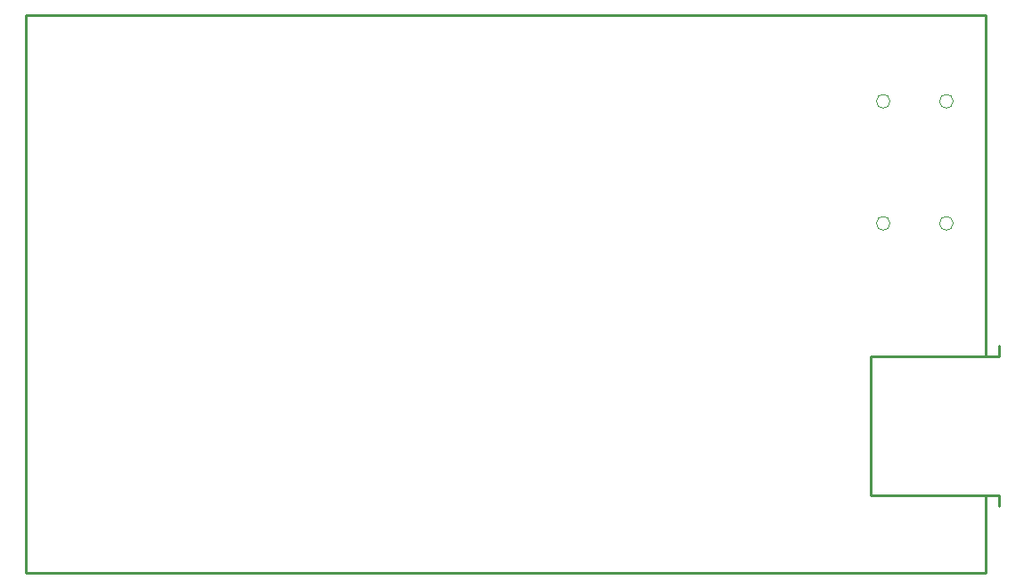
<source format=gko>
G04 Layer: BoardOutlineLayer*
G04 EasyEDA Pro v1.8.39, 2022-11-10 11:17:13*
G04 Gerber Generator version 0.3*
G04 Scale: 100 percent, Rotated: No, Reflected: No*
G04 Dimensions in millimeters*
G04 Leading zeros omitted, absolute positions, 3 integers and 3 decimals*
%FSLAX33Y33*%
%MOMM*%
%ADD10C,0.254*%
%ADD11C,0.0254*%
G75*


G04 PolygonModel Start*
G54D10*
G01X0Y0D02*
G01X91200Y0D01*
G01Y3302D01*
G01Y4572D01*
G01Y7366D01*
G01X80250D01*
G01Y20574D01*
G01X91200D01*
G01Y53000D01*
G01X0D01*
G01Y26619D01*
G01X-11Y24968D01*
G01Y16154D01*
G01X0Y11455D01*
G01Y0D01*
G01X92430Y6350D02*
G01X92430Y7366D01*
G01X80238D01*
G01Y20574D01*
G01X92430D01*
G01Y21590D01*
G04 PolygonModel End*

G04 Circle Start*
G54D11*
G01X86802Y44800D02*
G03X88102Y44800I650J0D01*
G03X86802I-650J0D01*
G01X80802Y44800D02*
G03X82102Y44800I650J0D01*
G03X80802I-650J0D01*
G01X86802Y33200D02*
G03X88102Y33200I650J0D01*
G03X86802I-650J0D01*
G01X80802Y33200D02*
G03X82102Y33200I650J0D01*
G03X80802I-650J0D01*
G04 Circle End*

M02*

</source>
